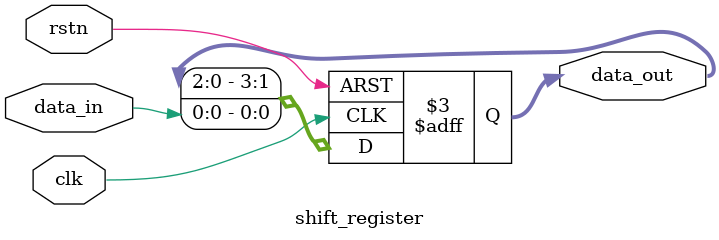
<source format=v>
module shift_register (
    input wire clk,                // Clock input
    input wire rstn,               // Active-low reset
    input wire data_in,            // 1-bit input data (new data to shift in)
    output reg [3:0] data_out      // 4-bit output data
);

always @(posedge clk or negedge rstn) begin
    if (!rstn) begin
        data_out <= 4'b0000;      // Reset output to 0
    end else begin
        data_out <= {data_out[2:0], data_in}; // Shift left and input new data
    end
end

endmodule




</source>
